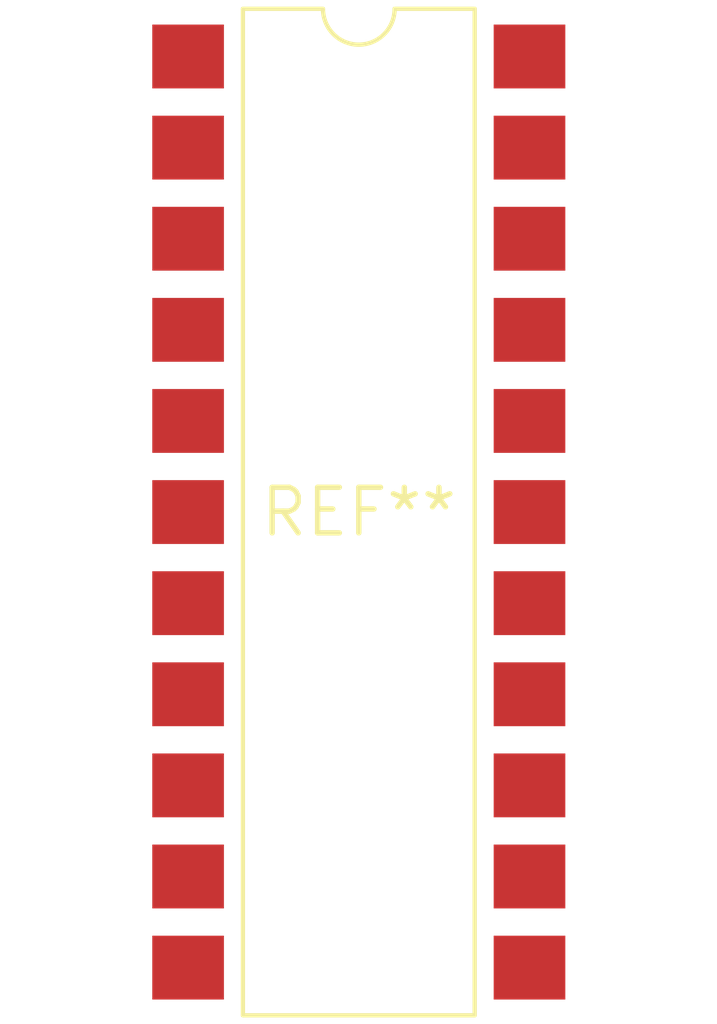
<source format=kicad_pcb>
(kicad_pcb (version 20240108) (generator pcbnew)
  (layers (0 "F.Cu" signal) (31 "B.Cu" signal) (34 "B.Paste" user) (35 "F.Paste" user) (36 "B.SilkS" user "B.Silkscreen") (37 "F.SilkS" user "F.Silkscreen") (38 "B.Mask" user) (39 "F.Mask" user) (44 "Edge.Cuts" user))
  (net 0 "")
  (footprint "SMDIP-22_W9.53mm" (layer "F.Cu") (at 0 0)
    (property "Reference" "REF**")
    (property "Value" "SMDIP-22_W9.53mm")
    (fp_line (start -3.235 -14.03) (end -3.235 14.03) (layer "F.SilkS") (stroke (width 0.12)))
    (fp_line (start -3.235 14.03) (end 3.235 14.03) (layer "F.SilkS") (stroke (width 0.12)))
    (fp_line (start -1 -14.03) (end -3.235 -14.03) (layer "F.SilkS") (stroke (width 0.12)))
    (fp_line (start 3.235 -14.03) (end 1 -14.03) (layer "F.SilkS") (stroke (width 0.12)))
    (fp_line (start 3.235 14.03) (end 3.235 -14.03) (layer "F.SilkS") (stroke (width 0.12)))
    (fp_arc (start 1 -14.03) (mid 0 -13.03) (end -1 -14.03) (layer "F.SilkS") (stroke (width 0.12)))
    (pad "1" smd rect (at -4.765 -12.7) (size 2 1.78) (layers "F.Cu" "F.Paste" "F.Mask"))
    (pad "2" smd rect (at -4.765 -10.16) (size 2 1.78) (layers "F.Cu" "F.Paste" "F.Mask"))
    (pad "3" smd rect (at -4.765 -7.62) (size 2 1.78) (layers "F.Cu" "F.Paste" "F.Mask"))
    (pad "4" smd rect (at -4.765 -5.08) (size 2 1.78) (layers "F.Cu" "F.Paste" "F.Mask"))
    (pad "5" smd rect (at -4.765 -2.54) (size 2 1.78) (layers "F.Cu" "F.Paste" "F.Mask"))
    (pad "6" smd rect (at -4.765 0) (size 2 1.78) (layers "F.Cu" "F.Paste" "F.Mask"))
    (pad "7" smd rect (at -4.765 2.54) (size 2 1.78) (layers "F.Cu" "F.Paste" "F.Mask"))
    (pad "8" smd rect (at -4.765 5.08) (size 2 1.78) (layers "F.Cu" "F.Paste" "F.Mask"))
    (pad "9" smd rect (at -4.765 7.62) (size 2 1.78) (layers "F.Cu" "F.Paste" "F.Mask"))
    (pad "10" smd rect (at -4.765 10.16) (size 2 1.78) (layers "F.Cu" "F.Paste" "F.Mask"))
    (pad "11" smd rect (at -4.765 12.7) (size 2 1.78) (layers "F.Cu" "F.Paste" "F.Mask"))
    (pad "12" smd rect (at 4.765 12.7) (size 2 1.78) (layers "F.Cu" "F.Paste" "F.Mask"))
    (pad "13" smd rect (at 4.765 10.16) (size 2 1.78) (layers "F.Cu" "F.Paste" "F.Mask"))
    (pad "14" smd rect (at 4.765 7.62) (size 2 1.78) (layers "F.Cu" "F.Paste" "F.Mask"))
    (pad "15" smd rect (at 4.765 5.08) (size 2 1.78) (layers "F.Cu" "F.Paste" "F.Mask"))
    (pad "16" smd rect (at 4.765 2.54) (size 2 1.78) (layers "F.Cu" "F.Paste" "F.Mask"))
    (pad "17" smd rect (at 4.765 0) (size 2 1.78) (layers "F.Cu" "F.Paste" "F.Mask"))
    (pad "18" smd rect (at 4.765 -2.54) (size 2 1.78) (layers "F.Cu" "F.Paste" "F.Mask"))
    (pad "19" smd rect (at 4.765 -5.08) (size 2 1.78) (layers "F.Cu" "F.Paste" "F.Mask"))
    (pad "20" smd rect (at 4.765 -7.62) (size 2 1.78) (layers "F.Cu" "F.Paste" "F.Mask"))
    (pad "21" smd rect (at 4.765 -10.16) (size 2 1.78) (layers "F.Cu" "F.Paste" "F.Mask"))
    (pad "22" smd rect (at 4.765 -12.7) (size 2 1.78) (layers "F.Cu" "F.Paste" "F.Mask"))
  )
)
</source>
